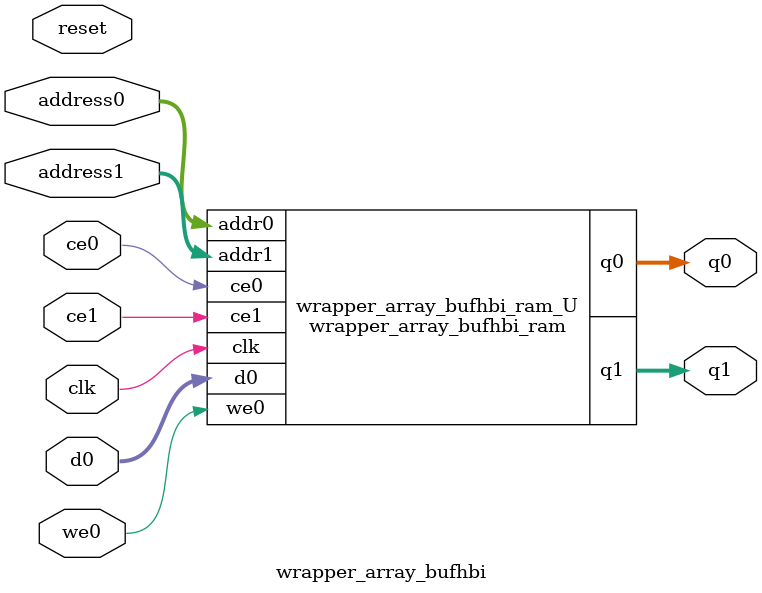
<source format=v>
`timescale 1 ns / 1 ps
module wrapper_array_bufhbi_ram (addr0, ce0, d0, we0, q0, addr1, ce1, q1,  clk);

parameter DWIDTH = 32;
parameter AWIDTH = 10;
parameter MEM_SIZE = 1024;

input[AWIDTH-1:0] addr0;
input ce0;
input[DWIDTH-1:0] d0;
input we0;
output reg[DWIDTH-1:0] q0;
input[AWIDTH-1:0] addr1;
input ce1;
output reg[DWIDTH-1:0] q1;
input clk;

(* ram_style = "block" *)reg [DWIDTH-1:0] ram[0:MEM_SIZE-1];




always @(posedge clk)  
begin 
    if (ce0) begin
        if (we0) 
            ram[addr0] <= d0; 
        q0 <= ram[addr0];
    end
end


always @(posedge clk)  
begin 
    if (ce1) begin
        q1 <= ram[addr1];
    end
end


endmodule

`timescale 1 ns / 1 ps
module wrapper_array_bufhbi(
    reset,
    clk,
    address0,
    ce0,
    we0,
    d0,
    q0,
    address1,
    ce1,
    q1);

parameter DataWidth = 32'd32;
parameter AddressRange = 32'd1024;
parameter AddressWidth = 32'd10;
input reset;
input clk;
input[AddressWidth - 1:0] address0;
input ce0;
input we0;
input[DataWidth - 1:0] d0;
output[DataWidth - 1:0] q0;
input[AddressWidth - 1:0] address1;
input ce1;
output[DataWidth - 1:0] q1;



wrapper_array_bufhbi_ram wrapper_array_bufhbi_ram_U(
    .clk( clk ),
    .addr0( address0 ),
    .ce0( ce0 ),
    .we0( we0 ),
    .d0( d0 ),
    .q0( q0 ),
    .addr1( address1 ),
    .ce1( ce1 ),
    .q1( q1 ));

endmodule


</source>
